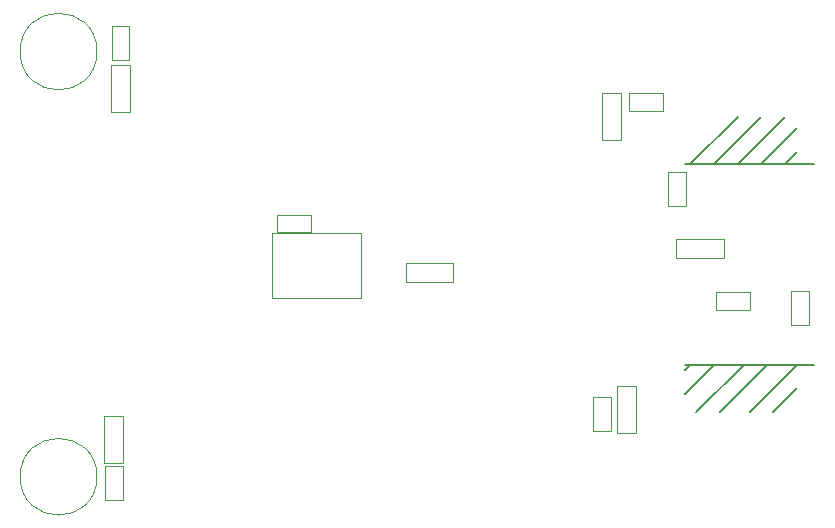
<source format=gbr>
G04 #@! TF.FileFunction,Other,User*
%FSLAX46Y46*%
G04 Gerber Fmt 4.6, Leading zero omitted, Abs format (unit mm)*
G04 Created by KiCad (PCBNEW 4.0.4-stable) date 02/07/17 14:21:35*
%MOMM*%
%LPD*%
G01*
G04 APERTURE LIST*
%ADD10C,0.100000*%
%ADD11C,0.200000*%
%ADD12C,0.050000*%
G04 APERTURE END LIST*
D10*
D11*
X149445000Y-71745000D02*
X145445000Y-75745000D01*
X151445000Y-71745000D02*
X147445000Y-75745000D01*
X153445000Y-71745000D02*
X149445000Y-75745000D01*
X154445000Y-72745000D02*
X151445000Y-75745000D01*
X154445000Y-74745000D02*
X153445000Y-75745000D01*
X145445000Y-92745000D02*
X144945000Y-93245000D01*
X147445000Y-92745000D02*
X144945000Y-95245000D01*
X149945000Y-92745000D02*
X145945000Y-96745000D01*
X151945000Y-92745000D02*
X147945000Y-96745000D01*
X154445000Y-92745000D02*
X150445000Y-96745000D01*
X154445000Y-94745000D02*
X152445000Y-96745000D01*
X144945000Y-92745000D02*
X155945000Y-92745000D01*
X144945000Y-75745000D02*
X155945000Y-75745000D01*
D12*
X125350000Y-84160000D02*
X121350000Y-84160000D01*
X125350000Y-85760000D02*
X121350000Y-85760000D01*
X125350000Y-84160000D02*
X125350000Y-85760000D01*
X121350000Y-84160000D02*
X121350000Y-85760000D01*
X143530000Y-76420000D02*
X143530000Y-79320000D01*
X145030000Y-76420000D02*
X145030000Y-79320000D01*
X143530000Y-76420000D02*
X145030000Y-76420000D01*
X143530000Y-79320000D02*
X145030000Y-79320000D01*
X110445000Y-81565000D02*
X113345000Y-81565000D01*
X110445000Y-80065000D02*
X113345000Y-80065000D01*
X110445000Y-81565000D02*
X110445000Y-80065000D01*
X113345000Y-81565000D02*
X113345000Y-80065000D01*
X95870000Y-101300000D02*
X95870000Y-104200000D01*
X97370000Y-101300000D02*
X97370000Y-104200000D01*
X95870000Y-101300000D02*
X97370000Y-101300000D01*
X95870000Y-104200000D02*
X97370000Y-104200000D01*
X97940000Y-66960000D02*
X97940000Y-64060000D01*
X96440000Y-66960000D02*
X96440000Y-64060000D01*
X97940000Y-66960000D02*
X96440000Y-66960000D01*
X97940000Y-64060000D02*
X96440000Y-64060000D01*
X95195000Y-102245000D02*
G75*
G03X95195000Y-102245000I-3250000J0D01*
G01*
X95195000Y-66245000D02*
G75*
G03X95195000Y-66245000I-3250000J0D01*
G01*
X97420000Y-101090000D02*
X97420000Y-97090000D01*
X95820000Y-101090000D02*
X95820000Y-97090000D01*
X97420000Y-101090000D02*
X95820000Y-101090000D01*
X97420000Y-97090000D02*
X95820000Y-97090000D01*
X96400000Y-67370000D02*
X96400000Y-71370000D01*
X98000000Y-67370000D02*
X98000000Y-71370000D01*
X96400000Y-67370000D02*
X98000000Y-67370000D01*
X96400000Y-71370000D02*
X98000000Y-71370000D01*
X117535000Y-81575000D02*
X117535000Y-87075000D01*
X110035000Y-81575000D02*
X110035000Y-87075000D01*
X117535000Y-81575000D02*
X110035000Y-81575000D01*
X117535000Y-87075000D02*
X110035000Y-87075000D01*
X138700000Y-98360000D02*
X138700000Y-95460000D01*
X137200000Y-98360000D02*
X137200000Y-95460000D01*
X138700000Y-98360000D02*
X137200000Y-98360000D01*
X138700000Y-95460000D02*
X137200000Y-95460000D01*
X140210000Y-71270000D02*
X143110000Y-71270000D01*
X140210000Y-69770000D02*
X143110000Y-69770000D01*
X140210000Y-71270000D02*
X140210000Y-69770000D01*
X143110000Y-71270000D02*
X143110000Y-69770000D01*
X140830000Y-98560000D02*
X140830000Y-94560000D01*
X139230000Y-98560000D02*
X139230000Y-94560000D01*
X140830000Y-98560000D02*
X139230000Y-98560000D01*
X140830000Y-94560000D02*
X139230000Y-94560000D01*
X137970000Y-69730000D02*
X137970000Y-73730000D01*
X139570000Y-69730000D02*
X139570000Y-73730000D01*
X137970000Y-69730000D02*
X139570000Y-69730000D01*
X137970000Y-73730000D02*
X139570000Y-73730000D01*
X150500000Y-86620000D02*
X147600000Y-86620000D01*
X150500000Y-88120000D02*
X147600000Y-88120000D01*
X150500000Y-86620000D02*
X150500000Y-88120000D01*
X147600000Y-86620000D02*
X147600000Y-88120000D01*
X153980000Y-86530000D02*
X153980000Y-89430000D01*
X155480000Y-86530000D02*
X155480000Y-89430000D01*
X153980000Y-86530000D02*
X155480000Y-86530000D01*
X153980000Y-89430000D02*
X155480000Y-89430000D01*
X148260000Y-82120000D02*
X144260000Y-82120000D01*
X148260000Y-83720000D02*
X144260000Y-83720000D01*
X148260000Y-82120000D02*
X148260000Y-83720000D01*
X144260000Y-82120000D02*
X144260000Y-83720000D01*
M02*

</source>
